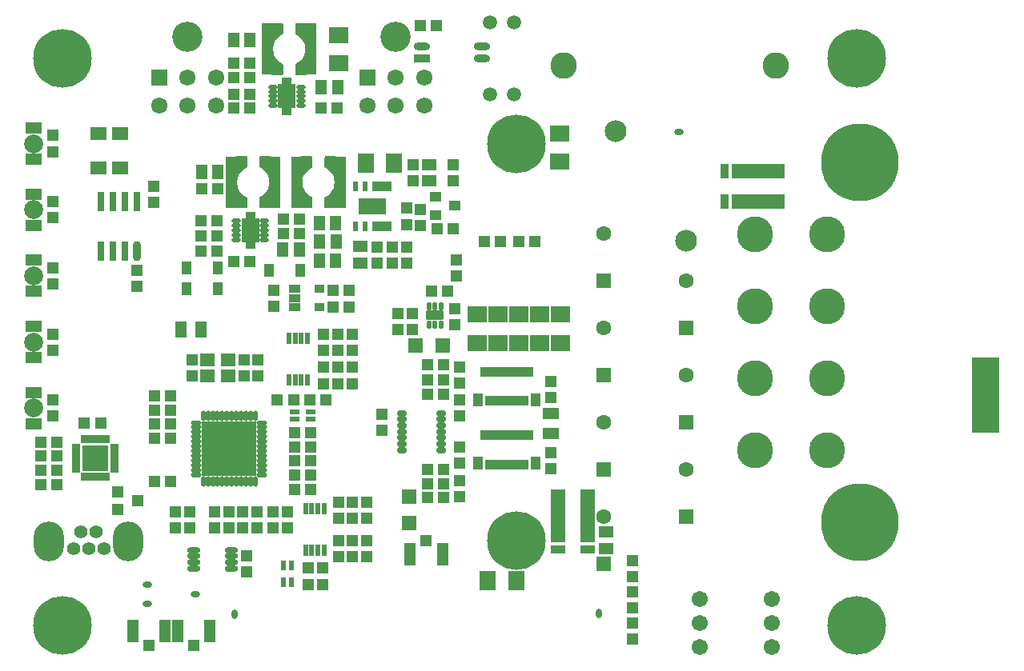
<source format=gbs>
G04*
G04 #@! TF.GenerationSoftware,Altium Limited,Altium Designer,20.2.4 (192)*
G04*
G04 Layer_Color=16711935*
%FSLAX25Y25*%
%MOIN*%
G70*
G04*
G04 #@! TF.SameCoordinates,632904D4-FBC6-4040-AE52-8F74E4E9F4E0*
G04*
G04*
G04 #@! TF.FilePolarity,Negative*
G04*
G01*
G75*
%ADD19R,0.11811X0.31496*%
%ADD24C,0.14973*%
%ADD25C,0.32296*%
%ADD26C,0.09068*%
%ADD27C,0.06706*%
%ADD28C,0.06784*%
%ADD29R,0.06784X0.06784*%
%ADD30C,0.12611*%
%ADD32C,0.05918*%
%ADD33C,0.11036*%
%ADD34C,0.07887*%
%ADD35O,0.12611X0.16548*%
%ADD36C,0.05524*%
%ADD37O,0.03950X0.02375*%
%ADD38R,0.06312X0.06312*%
%ADD39C,0.06312*%
%ADD40C,0.24422*%
%ADD41O,0.02375X0.03950*%
%ADD119R,0.04737X0.04737*%
%ADD120R,0.04383X0.05603*%
%ADD121R,0.22453X0.04147*%
%ADD122R,0.18123X0.04147*%
%ADD123R,0.04147X0.05328*%
%ADD124R,0.04540X0.04343*%
%ADD125R,0.04540X0.04343*%
%ADD126R,0.05918X0.03556*%
%ADD127R,0.05918X0.22060*%
%ADD128R,0.06312X0.05131*%
%ADD129R,0.02414X0.04816*%
%ADD130R,0.22847X0.22847*%
G04:AMPARAMS|DCode=131|XSize=17.84mil|YSize=43.43mil|CornerRadius=6.46mil|HoleSize=0mil|Usage=FLASHONLY|Rotation=270.000|XOffset=0mil|YOffset=0mil|HoleType=Round|Shape=RoundedRectangle|*
%AMROUNDEDRECTD131*
21,1,0.01784,0.03051,0,0,270.0*
21,1,0.00492,0.04343,0,0,270.0*
1,1,0.01292,-0.01526,-0.00246*
1,1,0.01292,-0.01526,0.00246*
1,1,0.01292,0.01526,0.00246*
1,1,0.01292,0.01526,-0.00246*
%
%ADD131ROUNDEDRECTD131*%
G04:AMPARAMS|DCode=132|XSize=17.84mil|YSize=43.43mil|CornerRadius=6.46mil|HoleSize=0mil|Usage=FLASHONLY|Rotation=180.000|XOffset=0mil|YOffset=0mil|HoleType=Round|Shape=RoundedRectangle|*
%AMROUNDEDRECTD132*
21,1,0.01784,0.03051,0,0,180.0*
21,1,0.00492,0.04343,0,0,180.0*
1,1,0.01292,-0.00246,0.01526*
1,1,0.01292,0.00246,0.01526*
1,1,0.01292,0.00246,-0.01526*
1,1,0.01292,-0.00246,-0.01526*
%
%ADD132ROUNDEDRECTD132*%
G04:AMPARAMS|DCode=133|XSize=23.75mil|YSize=51.31mil|CornerRadius=7.94mil|HoleSize=0mil|Usage=FLASHONLY|Rotation=270.000|XOffset=0mil|YOffset=0mil|HoleType=Round|Shape=RoundedRectangle|*
%AMROUNDEDRECTD133*
21,1,0.02375,0.03543,0,0,270.0*
21,1,0.00787,0.05131,0,0,270.0*
1,1,0.01587,-0.01772,-0.00394*
1,1,0.01587,-0.01772,0.00394*
1,1,0.01587,0.01772,0.00394*
1,1,0.01587,0.01772,-0.00394*
%
%ADD133ROUNDEDRECTD133*%
%ADD134R,0.04343X0.03517*%
%ADD135R,0.04698X0.03517*%
%ADD136R,0.11036X0.11036*%
%ADD137R,0.01981X0.03753*%
%ADD138R,0.03753X0.01981*%
%ADD139R,0.06312X0.05524*%
%ADD140R,0.06706X0.05131*%
%ADD141R,0.04540X0.21666*%
%ADD142R,0.01902X0.03556*%
%ADD143R,0.07296X0.10249*%
G04:AMPARAMS|DCode=144|XSize=17.06mil|YSize=39.5mil|CornerRadius=5.81mil|HoleSize=0mil|Usage=FLASHONLY|Rotation=90.000|XOffset=0mil|YOffset=0mil|HoleType=Round|Shape=RoundedRectangle|*
%AMROUNDEDRECTD144*
21,1,0.01706,0.02787,0,0,90.0*
21,1,0.00543,0.03950,0,0,90.0*
1,1,0.01162,0.01394,0.00272*
1,1,0.01162,0.01394,-0.00272*
1,1,0.01162,-0.01394,-0.00272*
1,1,0.01162,-0.01394,0.00272*
%
%ADD144ROUNDEDRECTD144*%
%ADD145R,0.06312X0.06312*%
G04:AMPARAMS|DCode=146|XSize=39.5mil|YSize=23.75mil|CornerRadius=5.97mil|HoleSize=0mil|Usage=FLASHONLY|Rotation=0.000|XOffset=0mil|YOffset=0mil|HoleType=Round|Shape=RoundedRectangle|*
%AMROUNDEDRECTD146*
21,1,0.03950,0.01181,0,0,0.0*
21,1,0.02756,0.02375,0,0,0.0*
1,1,0.01194,0.01378,-0.00591*
1,1,0.01194,-0.01378,-0.00591*
1,1,0.01194,-0.01378,0.00591*
1,1,0.01194,0.01378,0.00591*
%
%ADD146ROUNDEDRECTD146*%
%ADD147R,0.05131X0.06312*%
%ADD148R,0.06784X0.03202*%
%ADD149O,0.06784X0.03202*%
G04:AMPARAMS|DCode=150|XSize=31.62mil|YSize=78.87mil|CornerRadius=9.91mil|HoleSize=0mil|Usage=FLASHONLY|Rotation=0.000|XOffset=0mil|YOffset=0mil|HoleType=Round|Shape=RoundedRectangle|*
%AMROUNDEDRECTD150*
21,1,0.03162,0.05906,0,0,0.0*
21,1,0.01181,0.07887,0,0,0.0*
1,1,0.01981,0.00591,-0.02953*
1,1,0.01981,-0.00591,-0.02953*
1,1,0.01981,-0.00591,0.02953*
1,1,0.01981,0.00591,0.02953*
%
%ADD150ROUNDEDRECTD150*%
%ADD151R,0.03162X0.07887*%
%ADD152R,0.07099X0.05131*%
%ADD153R,0.04737X0.05131*%
G04:AMPARAMS|DCode=154|XSize=70.99mil|YSize=43.04mil|CornerRadius=5.75mil|HoleSize=0mil|Usage=FLASHONLY|Rotation=0.000|XOffset=0mil|YOffset=0mil|HoleType=Round|Shape=RoundedRectangle|*
%AMROUNDEDRECTD154*
21,1,0.07099,0.03154,0,0,0.0*
21,1,0.05949,0.04304,0,0,0.0*
1,1,0.01150,0.02974,-0.01577*
1,1,0.01150,-0.02974,-0.01577*
1,1,0.01150,-0.02974,0.01577*
1,1,0.01150,0.02974,0.01577*
%
%ADD154ROUNDEDRECTD154*%
G04:AMPARAMS|DCode=155|XSize=19.81mil|YSize=35.56mil|CornerRadius=5.77mil|HoleSize=0mil|Usage=FLASHONLY|Rotation=0.000|XOffset=0mil|YOffset=0mil|HoleType=Round|Shape=RoundedRectangle|*
%AMROUNDEDRECTD155*
21,1,0.01981,0.02402,0,0,0.0*
21,1,0.00827,0.03556,0,0,0.0*
1,1,0.01154,0.00413,-0.01201*
1,1,0.01154,-0.00413,-0.01201*
1,1,0.01154,-0.00413,0.01201*
1,1,0.01154,0.00413,0.01201*
%
%ADD155ROUNDEDRECTD155*%
%ADD156R,0.06902X0.05328*%
%ADD157R,0.02375X0.04343*%
%ADD158R,0.11824X0.07099*%
%ADD159R,0.01981X0.04343*%
%ADD160R,0.07099X0.07887*%
%ADD161R,0.04934X0.09461*%
%ADD162R,0.05131X0.04737*%
%ADD163R,0.07887X0.07099*%
%ADD164R,0.03556X0.05918*%
%ADD165R,0.22060X0.05918*%
%ADD166R,0.05131X0.06706*%
%ADD167R,0.04343X0.02375*%
%ADD168C,0.03359*%
G36*
X121312Y270673D02*
X121364Y270663D01*
X121413Y270646D01*
X121460Y270623D01*
X121504Y270594D01*
X121543Y270559D01*
X121578Y270520D01*
X121607Y270476D01*
X121630Y270429D01*
X121647Y270379D01*
X121657Y270328D01*
X121661Y270276D01*
Y259842D01*
Y249410D01*
X121657Y249357D01*
X121647Y249306D01*
X121630Y249256D01*
X121607Y249209D01*
X121578Y249165D01*
X121543Y249126D01*
X121504Y249091D01*
X121460Y249062D01*
X121413Y249039D01*
X121364Y249022D01*
X121312Y249012D01*
X121260Y249009D01*
X117126D01*
X117074Y249012D01*
X117022Y249022D01*
X116973Y249039D01*
X116926Y249062D01*
X116882Y249091D01*
X116843Y249126D01*
X116808Y249165D01*
X116779Y249209D01*
X116756Y249256D01*
X116739Y249306D01*
X116729Y249357D01*
X116725Y249410D01*
Y253346D01*
X116727Y253369D01*
X116728Y253392D01*
X116728Y253395D01*
X116729Y253399D01*
X116733Y253421D01*
X116737Y253444D01*
X116738Y253447D01*
X116739Y253450D01*
X116746Y253472D01*
X116753Y253494D01*
X116754Y253497D01*
X116756Y253500D01*
X116766Y253521D01*
X116776Y253541D01*
X116777Y253544D01*
X116779Y253547D01*
X116791Y253566D01*
X116804Y253585D01*
X116806Y253588D01*
X116808Y253590D01*
X116823Y253608D01*
X116838Y253625D01*
X116840Y253627D01*
X116843Y253630D01*
X116860Y253645D01*
X116877Y253660D01*
X116879Y253662D01*
X116882Y253664D01*
X116901Y253677D01*
X116920Y253690D01*
X117886Y254270D01*
X118634Y254831D01*
X119185Y255381D01*
X119736Y256117D01*
X120311Y257266D01*
X120488Y257620D01*
X120668Y258342D01*
X120856Y259845D01*
X120668Y261543D01*
X120488Y262262D01*
X119933Y263371D01*
X119381Y264107D01*
X118255Y265233D01*
X117327Y265790D01*
X116947Y265980D01*
X116936Y265986D01*
X116926Y265991D01*
X116914Y265999D01*
X116902Y266006D01*
X116892Y266014D01*
X116882Y266021D01*
X116871Y266030D01*
X116860Y266039D01*
X116852Y266047D01*
X116843Y266055D01*
X116833Y266066D01*
X116823Y266076D01*
X116816Y266086D01*
X116808Y266094D01*
X116800Y266106D01*
X116791Y266118D01*
X116786Y266128D01*
X116779Y266138D01*
X116773Y266151D01*
X116765Y266163D01*
X116761Y266174D01*
X116756Y266185D01*
X116751Y266199D01*
X116746Y266212D01*
X116743Y266223D01*
X116739Y266235D01*
X116736Y266249D01*
X116732Y266263D01*
X116731Y266274D01*
X116729Y266286D01*
X116728Y266300D01*
X116726Y266315D01*
X116726Y266327D01*
X116725Y266339D01*
Y270276D01*
X116729Y270328D01*
X116739Y270379D01*
X116756Y270429D01*
X116779Y270476D01*
X116808Y270520D01*
X116843Y270559D01*
X116882Y270594D01*
X116926Y270623D01*
X116973Y270646D01*
X117022Y270663D01*
X117074Y270673D01*
X117126Y270676D01*
X121260D01*
X121312Y270673D01*
D02*
G37*
G36*
X111273D02*
X111324Y270663D01*
X111374Y270646D01*
X111421Y270623D01*
X111465Y270594D01*
X111504Y270559D01*
X111539Y270520D01*
X111568Y270476D01*
X111591Y270429D01*
X111608Y270379D01*
X111618Y270328D01*
X111621Y270276D01*
Y266339D01*
X111621Y266327D01*
X111621Y266315D01*
X111619Y266300D01*
X111618Y266286D01*
X111616Y266274D01*
X111614Y266263D01*
X111610Y266249D01*
X111608Y266235D01*
X111604Y266223D01*
X111601Y266212D01*
X111595Y266199D01*
X111591Y266185D01*
X111585Y266174D01*
X111581Y266163D01*
X111574Y266151D01*
X111568Y266138D01*
X111561Y266128D01*
X111555Y266118D01*
X111546Y266106D01*
X111539Y266094D01*
X111531Y266086D01*
X111523Y266076D01*
X111513Y266066D01*
X111504Y266055D01*
X111495Y266047D01*
X111486Y266039D01*
X111475Y266030D01*
X111465Y266021D01*
X111454Y266014D01*
X111445Y266006D01*
X111433Y265999D01*
X111421Y265991D01*
X111410Y265986D01*
X111400Y265980D01*
X110635Y265598D01*
X110098Y265240D01*
X108783Y263925D01*
X108226Y262996D01*
X108048Y262642D01*
X107677Y261528D01*
X107490Y259842D01*
X107679Y258142D01*
X107859Y257423D01*
X108418Y256304D01*
X108776Y255767D01*
X109712Y254831D01*
X110460Y254270D01*
X111427Y253690D01*
X111445Y253677D01*
X111465Y253664D01*
X111467Y253662D01*
X111470Y253660D01*
X111487Y253645D01*
X111504Y253630D01*
X111506Y253627D01*
X111509Y253625D01*
X111523Y253608D01*
X111539Y253590D01*
X111540Y253588D01*
X111543Y253585D01*
X111555Y253566D01*
X111568Y253547D01*
X111569Y253544D01*
X111571Y253541D01*
X111581Y253521D01*
X111591Y253500D01*
X111592Y253497D01*
X111593Y253494D01*
X111600Y253472D01*
X111608Y253450D01*
X111608Y253447D01*
X111609Y253444D01*
X111613Y253421D01*
X111618Y253399D01*
X111618Y253395D01*
X111619Y253392D01*
X111620Y253369D01*
X111621Y253346D01*
Y249410D01*
X111618Y249357D01*
X111608Y249306D01*
X111591Y249256D01*
X111568Y249209D01*
X111539Y249165D01*
X111504Y249126D01*
X111465Y249091D01*
X111421Y249062D01*
X111374Y249039D01*
X111324Y249022D01*
X111273Y249012D01*
X111221Y249009D01*
X107087D01*
X107034Y249012D01*
X106983Y249022D01*
X106933Y249039D01*
X106886Y249062D01*
X106843Y249091D01*
X106803Y249126D01*
X106769Y249165D01*
X106739Y249209D01*
X106716Y249256D01*
X106699Y249306D01*
X106689Y249357D01*
X106686Y249410D01*
Y259842D01*
Y270276D01*
X106689Y270328D01*
X106699Y270379D01*
X106716Y270429D01*
X106739Y270476D01*
X106769Y270520D01*
X106803Y270559D01*
X106843Y270594D01*
X106886Y270623D01*
X106933Y270646D01*
X106983Y270663D01*
X107034Y270673D01*
X107087Y270676D01*
X111221D01*
X111273Y270673D01*
D02*
G37*
G36*
X133517Y215161D02*
X133568Y215151D01*
X133618Y215134D01*
X133665Y215111D01*
X133709Y215082D01*
X133748Y215047D01*
X133783Y215008D01*
X133812Y214964D01*
X133835Y214917D01*
X133852Y214867D01*
X133862Y214816D01*
X133865Y214764D01*
Y204331D01*
D01*
Y193898D01*
X133862Y193845D01*
X133852Y193794D01*
X133835Y193744D01*
X133812Y193697D01*
X133783Y193654D01*
X133748Y193614D01*
X133709Y193580D01*
X133665Y193551D01*
X133618Y193527D01*
X133568Y193510D01*
X133517Y193500D01*
X133465Y193497D01*
X129331D01*
X129278Y193500D01*
X129227Y193510D01*
X129177Y193527D01*
X129130Y193551D01*
X129087Y193580D01*
X129047Y193614D01*
X129013Y193654D01*
X128984Y193697D01*
X128960Y193744D01*
X128944Y193794D01*
X128933Y193845D01*
X128930Y193898D01*
Y197835D01*
X128931Y197858D01*
X128932Y197880D01*
X128933Y197884D01*
X128933Y197887D01*
X128938Y197909D01*
X128942Y197932D01*
X128943Y197935D01*
X128944Y197938D01*
X128951Y197960D01*
X128958Y197982D01*
X128959Y197985D01*
X128960Y197988D01*
X128971Y198009D01*
X128980Y198029D01*
X128982Y198032D01*
X128984Y198035D01*
X128996Y198054D01*
X129009Y198073D01*
X129011Y198076D01*
X129013Y198079D01*
X129028Y198096D01*
X129043Y198113D01*
X129045Y198116D01*
X129047Y198118D01*
X129065Y198133D01*
X129081Y198149D01*
X129084Y198150D01*
X129087Y198153D01*
X129106Y198165D01*
X129124Y198178D01*
X130091Y198758D01*
X130839Y199319D01*
X131389Y199870D01*
X131941Y200605D01*
X132516Y201754D01*
X132693Y202108D01*
X132873Y202830D01*
X133061Y204333D01*
X132872Y206031D01*
X132693Y206750D01*
X132138Y207859D01*
X131586Y208595D01*
X130460Y209721D01*
X129532Y210278D01*
X129151Y210468D01*
X129141Y210474D01*
X129130Y210480D01*
X129119Y210488D01*
X129106Y210495D01*
X129097Y210502D01*
X129087Y210509D01*
X129076Y210518D01*
X129065Y210527D01*
X129056Y210535D01*
X129047Y210543D01*
X129038Y210554D01*
X129028Y210564D01*
X129021Y210574D01*
X129013Y210583D01*
X129005Y210595D01*
X128996Y210606D01*
X128990Y210616D01*
X128984Y210626D01*
X128977Y210639D01*
X128970Y210651D01*
X128966Y210663D01*
X128960Y210673D01*
X128956Y210687D01*
X128951Y210700D01*
X128947Y210712D01*
X128944Y210723D01*
X128941Y210737D01*
X128937Y210751D01*
X128936Y210763D01*
X128933Y210774D01*
X128932Y210789D01*
X128931Y210803D01*
X128931Y210815D01*
X128930Y210827D01*
Y214764D01*
X128933Y214816D01*
X128944Y214867D01*
X128960Y214917D01*
X128984Y214964D01*
X129013Y215008D01*
X129047Y215047D01*
X129087Y215082D01*
X129130Y215111D01*
X129177Y215134D01*
X129227Y215151D01*
X129278Y215161D01*
X129331Y215165D01*
X133465D01*
X133517Y215161D01*
D02*
G37*
G36*
X123477D02*
X123529Y215151D01*
X123579Y215134D01*
X123626Y215111D01*
X123669Y215082D01*
X123709Y215047D01*
X123743Y215008D01*
X123772Y214964D01*
X123796Y214917D01*
X123812Y214867D01*
X123823Y214816D01*
X123826Y214764D01*
Y210827D01*
X123825Y210815D01*
X123825Y210803D01*
X123824Y210789D01*
X123823Y210774D01*
X123820Y210763D01*
X123819Y210751D01*
X123815Y210737D01*
X123812Y210723D01*
X123809Y210712D01*
X123805Y210700D01*
X123800Y210687D01*
X123796Y210673D01*
X123790Y210663D01*
X123786Y210651D01*
X123779Y210639D01*
X123772Y210626D01*
X123766Y210616D01*
X123760Y210606D01*
X123751Y210595D01*
X123743Y210583D01*
X123735Y210574D01*
X123728Y210564D01*
X123718Y210554D01*
X123709Y210543D01*
X123700Y210535D01*
X123691Y210527D01*
X123680Y210518D01*
X123669Y210509D01*
X123659Y210502D01*
X123650Y210495D01*
X123637Y210488D01*
X123626Y210480D01*
X123615Y210474D01*
X123605Y210468D01*
X122839Y210086D01*
X122303Y209728D01*
X120988Y208413D01*
X120430Y207484D01*
X120253Y207130D01*
X119882Y206016D01*
X119695Y204331D01*
X119884Y202630D01*
X120063Y201912D01*
X120623Y200792D01*
X120981Y200255D01*
X121917Y199319D01*
X122665Y198758D01*
X123632Y198178D01*
X123650Y198165D01*
X123669Y198153D01*
X123672Y198150D01*
X123675Y198149D01*
X123691Y198133D01*
X123709Y198118D01*
X123711Y198116D01*
X123713Y198113D01*
X123728Y198096D01*
X123743Y198079D01*
X123745Y198076D01*
X123747Y198073D01*
X123760Y198054D01*
X123772Y198035D01*
X123774Y198032D01*
X123776Y198029D01*
X123785Y198009D01*
X123796Y197988D01*
X123797Y197985D01*
X123798Y197982D01*
X123805Y197960D01*
X123812Y197938D01*
X123813Y197935D01*
X123814Y197932D01*
X123818Y197909D01*
X123823Y197887D01*
X123823Y197884D01*
X123823Y197880D01*
X123825Y197858D01*
X123826Y197835D01*
Y193898D01*
X123823Y193845D01*
X123812Y193794D01*
X123796Y193744D01*
X123772Y193697D01*
X123743Y193654D01*
X123709Y193614D01*
X123669Y193580D01*
X123626Y193551D01*
X123579Y193527D01*
X123529Y193510D01*
X123477Y193500D01*
X123425Y193497D01*
X119291D01*
X119239Y193500D01*
X119188Y193510D01*
X119138Y193527D01*
X119091Y193551D01*
X119047Y193580D01*
X119008Y193614D01*
X118973Y193654D01*
X118944Y193697D01*
X118921Y193744D01*
X118904Y193794D01*
X118894Y193845D01*
X118891Y193898D01*
Y204331D01*
D01*
Y214764D01*
X118894Y214816D01*
X118904Y214867D01*
X118921Y214917D01*
X118944Y214964D01*
X118973Y215008D01*
X119008Y215047D01*
X119047Y215082D01*
X119091Y215111D01*
X119138Y215134D01*
X119188Y215151D01*
X119239Y215161D01*
X119291Y215165D01*
X123425D01*
X123477Y215161D01*
D02*
G37*
G36*
X106351Y215161D02*
X106403Y215151D01*
X106453Y215134D01*
X106500Y215111D01*
X106543Y215082D01*
X106583Y215047D01*
X106617Y215008D01*
X106646Y214964D01*
X106670Y214917D01*
X106686Y214867D01*
X106697Y214816D01*
X106700Y214764D01*
Y204331D01*
Y193898D01*
X106697Y193845D01*
X106686Y193794D01*
X106670Y193744D01*
X106646Y193697D01*
X106617Y193654D01*
X106583Y193614D01*
X106543Y193580D01*
X106500Y193551D01*
X106453Y193527D01*
X106403Y193510D01*
X106351Y193500D01*
X106299Y193497D01*
X102165D01*
X102113Y193500D01*
X102062Y193510D01*
X102012Y193527D01*
X101965Y193551D01*
X101921Y193580D01*
X101882Y193614D01*
X101847Y193654D01*
X101818Y193697D01*
X101795Y193744D01*
X101778Y193794D01*
X101768Y193845D01*
X101765Y193898D01*
Y197835D01*
X101766Y197858D01*
X101767Y197880D01*
X101768Y197884D01*
X101768Y197887D01*
X101772Y197909D01*
X101777Y197932D01*
X101778Y197935D01*
X101778Y197938D01*
X101786Y197960D01*
X101793Y197982D01*
X101794Y197985D01*
X101795Y197988D01*
X101805Y198009D01*
X101815Y198029D01*
X101817Y198032D01*
X101818Y198035D01*
X101831Y198054D01*
X101843Y198073D01*
X101846Y198076D01*
X101847Y198079D01*
X101862Y198096D01*
X101877Y198113D01*
X101880Y198116D01*
X101882Y198118D01*
X101899Y198133D01*
X101916Y198149D01*
X101919Y198150D01*
X101921Y198153D01*
X101940Y198165D01*
X101959Y198178D01*
X102926Y198758D01*
X103674Y199319D01*
X104224Y199870D01*
X104776Y200605D01*
X105350Y201754D01*
X105527Y202108D01*
X105708Y202830D01*
X105896Y204333D01*
X105707Y206031D01*
X105527Y206750D01*
X104973Y207859D01*
X104421Y208595D01*
X103295Y209721D01*
X102366Y210278D01*
X101986Y210468D01*
X101976Y210474D01*
X101965Y210480D01*
X101953Y210488D01*
X101941Y210495D01*
X101931Y210502D01*
X101921Y210509D01*
X101911Y210518D01*
X101899Y210527D01*
X101891Y210535D01*
X101882Y210543D01*
X101873Y210554D01*
X101863Y210564D01*
X101855Y210574D01*
X101847Y210583D01*
X101839Y210595D01*
X101831Y210606D01*
X101825Y210616D01*
X101818Y210626D01*
X101812Y210639D01*
X101805Y210651D01*
X101800Y210663D01*
X101795Y210673D01*
X101790Y210687D01*
X101785Y210700D01*
X101782Y210712D01*
X101778Y210723D01*
X101775Y210737D01*
X101772Y210751D01*
X101770Y210763D01*
X101768Y210774D01*
X101767Y210789D01*
X101765Y210803D01*
X101765Y210815D01*
X101765Y210827D01*
Y214764D01*
X101768Y214816D01*
X101778Y214867D01*
X101795Y214917D01*
X101818Y214964D01*
X101847Y215008D01*
X101882Y215047D01*
X101921Y215082D01*
X101965Y215111D01*
X102012Y215134D01*
X102062Y215151D01*
X102113Y215161D01*
X102165Y215165D01*
X106299D01*
X106351Y215161D01*
D02*
G37*
G36*
X96312D02*
X96364Y215151D01*
X96413Y215134D01*
X96460Y215111D01*
X96504Y215082D01*
X96543Y215047D01*
X96578Y215008D01*
X96607Y214964D01*
X96630Y214917D01*
X96647Y214867D01*
X96657Y214816D01*
X96661Y214764D01*
Y210827D01*
X96660Y210815D01*
X96660Y210803D01*
X96658Y210789D01*
X96657Y210774D01*
X96655Y210763D01*
X96653Y210751D01*
X96650Y210737D01*
X96647Y210723D01*
X96643Y210712D01*
X96640Y210700D01*
X96635Y210687D01*
X96630Y210673D01*
X96625Y210663D01*
X96620Y210651D01*
X96613Y210639D01*
X96607Y210626D01*
X96600Y210616D01*
X96594Y210606D01*
X96586Y210595D01*
X96578Y210583D01*
X96570Y210574D01*
X96563Y210564D01*
X96553Y210554D01*
X96543Y210543D01*
X96534Y210535D01*
X96526Y210527D01*
X96515Y210518D01*
X96504Y210509D01*
X96494Y210502D01*
X96484Y210495D01*
X96472Y210488D01*
X96460Y210480D01*
X96450Y210474D01*
X96439Y210468D01*
X95674Y210086D01*
X95137Y209728D01*
X93822Y208413D01*
X93265Y207484D01*
X93088Y207130D01*
X92717Y206016D01*
X92529Y204331D01*
X92718Y202630D01*
X92898Y201912D01*
X93458Y200792D01*
X93815Y200255D01*
X94752Y199319D01*
X95500Y198758D01*
X96466Y198178D01*
X96485Y198165D01*
X96504Y198153D01*
X96506Y198150D01*
X96509Y198149D01*
X96526Y198133D01*
X96543Y198118D01*
X96545Y198116D01*
X96548Y198113D01*
X96563Y198096D01*
X96578Y198079D01*
X96580Y198076D01*
X96582Y198073D01*
X96594Y198054D01*
X96607Y198035D01*
X96609Y198032D01*
X96610Y198029D01*
X96620Y198009D01*
X96630Y197988D01*
X96631Y197985D01*
X96633Y197982D01*
X96640Y197960D01*
X96647Y197938D01*
X96648Y197935D01*
X96649Y197932D01*
X96653Y197909D01*
X96657Y197887D01*
X96658Y197884D01*
X96658Y197880D01*
X96659Y197858D01*
X96661Y197835D01*
Y193898D01*
X96657Y193845D01*
X96647Y193794D01*
X96630Y193744D01*
X96607Y193697D01*
X96578Y193654D01*
X96543Y193614D01*
X96504Y193580D01*
X96460Y193551D01*
X96413Y193527D01*
X96364Y193510D01*
X96312Y193500D01*
X96260Y193497D01*
X92126D01*
X92074Y193500D01*
X92022Y193510D01*
X91973Y193527D01*
X91926Y193551D01*
X91882Y193580D01*
X91843Y193614D01*
X91808Y193654D01*
X91779Y193697D01*
X91756Y193744D01*
X91739Y193794D01*
X91729Y193845D01*
X91725Y193898D01*
Y204331D01*
Y214764D01*
X91729Y214816D01*
X91739Y214867D01*
X91756Y214917D01*
X91779Y214964D01*
X91808Y215008D01*
X91843Y215047D01*
X91882Y215082D01*
X91926Y215111D01*
X91973Y215134D01*
X92022Y215151D01*
X92074Y215161D01*
X92126Y215165D01*
X96260D01*
X96312Y215161D01*
D02*
G37*
D19*
X404134Y115551D02*
D03*
D24*
X338071Y122795D02*
D03*
X308071D02*
D03*
X338071Y92795D02*
D03*
X308071D02*
D03*
Y152795D02*
D03*
X338071D02*
D03*
X308071Y182795D02*
D03*
X338071D02*
D03*
D25*
X351929Y62795D02*
D03*
Y212795D02*
D03*
D26*
X250166Y225504D02*
D03*
X279361Y180008D02*
D03*
D27*
X315197Y10669D02*
D03*
X285197Y30669D02*
D03*
X315197D02*
D03*
X285197Y10669D02*
D03*
Y20669D02*
D03*
X315197D02*
D03*
D28*
X170276Y236221D02*
D03*
X158465D02*
D03*
X146654D02*
D03*
X170276Y248031D02*
D03*
X158465D02*
D03*
X83661Y236221D02*
D03*
X71850D02*
D03*
X60039D02*
D03*
X83661Y248031D02*
D03*
X71850D02*
D03*
D29*
X146654Y248031D02*
D03*
X60039Y248031D02*
D03*
D30*
X158465Y264961D02*
D03*
X71850Y264961D02*
D03*
D32*
X197756Y240905D02*
D03*
X207756D02*
D03*
Y270905D02*
D03*
X197756D02*
D03*
D33*
X316929Y252953D02*
D03*
X228346D02*
D03*
D34*
X7874Y220472D02*
D03*
Y192913D02*
D03*
Y137795D02*
D03*
Y110236D02*
D03*
Y165354D02*
D03*
D35*
X14173Y54724D02*
D03*
X47244D02*
D03*
D36*
X33858Y58661D02*
D03*
X30709Y51575D02*
D03*
X27559Y58661D02*
D03*
X24409Y51575D02*
D03*
X37008D02*
D03*
D37*
X54961Y36539D02*
D03*
Y28539D02*
D03*
X74961Y32539D02*
D03*
X276575Y225394D02*
D03*
D38*
X164173Y73228D02*
D03*
Y62205D02*
D03*
X245079Y163386D02*
D03*
X279528Y104331D02*
D03*
Y64961D02*
D03*
X245079Y124016D02*
D03*
X279528Y143701D02*
D03*
X245079Y45276D02*
D03*
Y84646D02*
D03*
D39*
Y183071D02*
D03*
X279528Y124016D02*
D03*
Y84646D02*
D03*
X245079Y143701D02*
D03*
X279528Y163386D02*
D03*
X245079Y64961D02*
D03*
Y104331D02*
D03*
D40*
X208661Y220472D02*
D03*
Y55118D02*
D03*
X19685Y19685D02*
D03*
Y255906D02*
D03*
X350394D02*
D03*
Y19685D02*
D03*
D41*
X91339Y24409D02*
D03*
X243110Y24606D02*
D03*
D119*
X50984Y71653D02*
D03*
X42717Y75394D02*
D03*
Y67913D02*
D03*
X74410Y11417D02*
D03*
X171260Y55118D02*
D03*
X55905Y11417D02*
D03*
D120*
X71516Y159843D02*
D03*
X84390D02*
D03*
X84390Y168504D02*
D03*
X71516D02*
D03*
X105768Y167717D02*
D03*
X118642D02*
D03*
D121*
X204724Y99016D02*
D03*
Y125394D02*
D03*
D122*
Y86811D02*
D03*
Y113189D02*
D03*
D123*
X216732Y87402D02*
D03*
X192717D02*
D03*
Y113779D02*
D03*
X216732D02*
D03*
D124*
X175197Y190748D02*
D03*
X183071Y194488D02*
D03*
D125*
X175197Y198228D02*
D03*
D126*
X238583Y51378D02*
D03*
X225984D02*
D03*
D127*
Y65354D02*
D03*
X238583D02*
D03*
D128*
X143898Y177657D02*
D03*
Y170768D02*
D03*
X246063Y58563D02*
D03*
Y51673D02*
D03*
X172441Y204823D02*
D03*
Y211713D02*
D03*
D129*
X123524Y68307D02*
D03*
X120965D02*
D03*
X128642D02*
D03*
X126083D02*
D03*
X123524Y50984D02*
D03*
X120965D02*
D03*
X128642D02*
D03*
X126083D02*
D03*
X119272Y122047D02*
D03*
X121831D02*
D03*
X114154D02*
D03*
X116713D02*
D03*
X119272Y139370D02*
D03*
X121831D02*
D03*
X114154D02*
D03*
X116713D02*
D03*
D130*
X89173Y93307D02*
D03*
D131*
X75591Y104134D02*
D03*
Y102165D02*
D03*
Y100197D02*
D03*
Y98228D02*
D03*
Y96260D02*
D03*
Y94291D02*
D03*
Y92323D02*
D03*
Y90354D02*
D03*
Y88386D02*
D03*
Y86417D02*
D03*
Y84449D02*
D03*
Y82480D02*
D03*
X102756D02*
D03*
Y84449D02*
D03*
Y86417D02*
D03*
Y88386D02*
D03*
Y90354D02*
D03*
Y92323D02*
D03*
Y94291D02*
D03*
Y96260D02*
D03*
Y98228D02*
D03*
Y100197D02*
D03*
Y102165D02*
D03*
Y104134D02*
D03*
D132*
X78347Y79528D02*
D03*
X80315D02*
D03*
X82284D02*
D03*
X84252D02*
D03*
X86221D02*
D03*
X88189D02*
D03*
X90158D02*
D03*
X92126D02*
D03*
X94095D02*
D03*
X96063D02*
D03*
X98032D02*
D03*
X100000D02*
D03*
Y107087D02*
D03*
X98032D02*
D03*
X96063D02*
D03*
X94095D02*
D03*
X92126D02*
D03*
X90158D02*
D03*
X88189D02*
D03*
X86221D02*
D03*
X84252D02*
D03*
X82284D02*
D03*
X80315D02*
D03*
X78347D02*
D03*
D133*
X74410Y43406D02*
D03*
Y45965D02*
D03*
Y48524D02*
D03*
Y51083D02*
D03*
X90158Y43406D02*
D03*
Y45965D02*
D03*
Y48524D02*
D03*
Y51083D02*
D03*
D134*
X126752Y152362D02*
D03*
Y159843D02*
D03*
D135*
X116555Y152362D02*
D03*
Y156102D02*
D03*
Y159843D02*
D03*
D136*
X33465Y89370D02*
D03*
D137*
X34449Y81496D02*
D03*
X36417D02*
D03*
X38386D02*
D03*
X28543D02*
D03*
X30512D02*
D03*
X32480D02*
D03*
Y97244D02*
D03*
X30512D02*
D03*
X28543D02*
D03*
X38386D02*
D03*
X36417D02*
D03*
X34449D02*
D03*
D138*
X41339Y90354D02*
D03*
Y92323D02*
D03*
Y94291D02*
D03*
Y84449D02*
D03*
Y86417D02*
D03*
Y88386D02*
D03*
X25591Y90354D02*
D03*
Y92323D02*
D03*
Y94291D02*
D03*
Y84449D02*
D03*
Y86417D02*
D03*
Y88386D02*
D03*
D139*
X88779Y130315D02*
D03*
Y123622D02*
D03*
X80118Y130315D02*
D03*
Y123622D02*
D03*
D140*
X223228Y108071D02*
D03*
Y99803D02*
D03*
D141*
X105217Y259842D02*
D03*
X123130D02*
D03*
X108169Y204331D02*
D03*
X90256D02*
D03*
X117421Y204331D02*
D03*
X135335D02*
D03*
D142*
X114173Y234055D02*
D03*
X112205D02*
D03*
X114173Y246260D02*
D03*
X112205D02*
D03*
X97047Y190354D02*
D03*
X99016D02*
D03*
X97047Y178150D02*
D03*
X99016D02*
D03*
D143*
X113189Y240158D02*
D03*
X98032Y184252D02*
D03*
D144*
X118996Y240158D02*
D03*
Y244094D02*
D03*
Y242126D02*
D03*
Y238189D02*
D03*
Y236221D02*
D03*
X107382Y244094D02*
D03*
Y242126D02*
D03*
Y238189D02*
D03*
Y236221D02*
D03*
Y240158D02*
D03*
X92224Y184252D02*
D03*
Y180315D02*
D03*
Y182283D02*
D03*
Y186221D02*
D03*
Y188189D02*
D03*
X103839Y180315D02*
D03*
Y182283D02*
D03*
Y186221D02*
D03*
Y188189D02*
D03*
Y184252D02*
D03*
D145*
X166929Y136221D02*
D03*
X177953D02*
D03*
D146*
X161024Y92716D02*
D03*
Y95276D02*
D03*
Y97835D02*
D03*
Y100394D02*
D03*
Y102953D02*
D03*
Y105512D02*
D03*
Y108071D02*
D03*
X177559D02*
D03*
Y105512D02*
D03*
Y102953D02*
D03*
Y100394D02*
D03*
Y97835D02*
D03*
Y95276D02*
D03*
Y92716D02*
D03*
D147*
X134350Y244094D02*
D03*
X127461D02*
D03*
X133563Y187402D02*
D03*
X126673D02*
D03*
X133563Y171653D02*
D03*
X126673D02*
D03*
X133760Y179528D02*
D03*
X126870D02*
D03*
X111516Y176378D02*
D03*
X118405D02*
D03*
X84547Y208661D02*
D03*
X77658D02*
D03*
X91043Y263779D02*
D03*
X97933D02*
D03*
D148*
X169291Y255906D02*
D03*
D149*
Y260906D02*
D03*
X194291Y255906D02*
D03*
Y260906D02*
D03*
D150*
X50807Y175787D02*
D03*
D151*
X45807D02*
D03*
X40807D02*
D03*
X35807D02*
D03*
Y196260D02*
D03*
X40807D02*
D03*
X45807D02*
D03*
X50807D02*
D03*
D152*
X7874Y213976D02*
D03*
Y226969D02*
D03*
Y199409D02*
D03*
Y186417D02*
D03*
Y144291D02*
D03*
Y131299D02*
D03*
Y116732D02*
D03*
Y103740D02*
D03*
Y171850D02*
D03*
Y158858D02*
D03*
D153*
X107874Y152756D02*
D03*
Y159449D02*
D03*
X107480Y60433D02*
D03*
Y67126D02*
D03*
X134449Y127165D02*
D03*
Y120473D02*
D03*
X140551Y55118D02*
D03*
Y48425D02*
D03*
X127953Y43504D02*
D03*
Y36811D02*
D03*
X134449Y134252D02*
D03*
Y140945D02*
D03*
X140551Y64173D02*
D03*
Y70866D02*
D03*
X96457Y48622D02*
D03*
Y41929D02*
D03*
X73622Y123622D02*
D03*
Y130315D02*
D03*
X95276Y130315D02*
D03*
Y123622D02*
D03*
X72835Y60433D02*
D03*
Y67126D02*
D03*
X152756Y100984D02*
D03*
Y107677D02*
D03*
X50787Y160827D02*
D03*
Y167520D02*
D03*
X88976Y67126D02*
D03*
Y60433D02*
D03*
X94882Y67126D02*
D03*
Y60433D02*
D03*
X162992Y177362D02*
D03*
Y170669D02*
D03*
X183071Y145079D02*
D03*
Y151772D02*
D03*
X122047Y36811D02*
D03*
Y43504D02*
D03*
X140354Y127165D02*
D03*
Y120473D02*
D03*
X146457Y55118D02*
D03*
Y48425D02*
D03*
X128543Y120473D02*
D03*
Y127165D02*
D03*
X134646Y48425D02*
D03*
Y55118D02*
D03*
X140354Y134252D02*
D03*
Y140945D02*
D03*
X146457Y64173D02*
D03*
Y70866D02*
D03*
X128543Y140945D02*
D03*
Y134252D02*
D03*
X134646Y70866D02*
D03*
Y64173D02*
D03*
X101181Y123622D02*
D03*
Y130315D02*
D03*
X66929Y67126D02*
D03*
Y60433D02*
D03*
X165748Y204921D02*
D03*
Y211614D02*
D03*
X162992Y186811D02*
D03*
Y193504D02*
D03*
X150787Y170669D02*
D03*
Y177362D02*
D03*
X168898Y193110D02*
D03*
Y186417D02*
D03*
X182283Y211614D02*
D03*
Y204921D02*
D03*
X183858Y171850D02*
D03*
Y165157D02*
D03*
X257087Y20669D02*
D03*
Y13976D02*
D03*
X83071Y67126D02*
D03*
Y60433D02*
D03*
X100787Y67126D02*
D03*
Y60433D02*
D03*
X57874Y195866D02*
D03*
Y202559D02*
D03*
X185039Y106890D02*
D03*
Y113583D02*
D03*
Y127362D02*
D03*
Y120669D02*
D03*
X223228Y121457D02*
D03*
Y114764D02*
D03*
X185039Y93898D02*
D03*
Y87205D02*
D03*
X15748Y196260D02*
D03*
Y189567D02*
D03*
Y141142D02*
D03*
Y134449D02*
D03*
Y113583D02*
D03*
Y106890D02*
D03*
Y168701D02*
D03*
Y162008D02*
D03*
Y223819D02*
D03*
Y217126D02*
D03*
X157087Y177362D02*
D03*
Y170669D02*
D03*
X257087Y46654D02*
D03*
Y39961D02*
D03*
Y33661D02*
D03*
Y26969D02*
D03*
X159449Y143110D02*
D03*
Y149803D02*
D03*
X165354Y149803D02*
D03*
Y143110D02*
D03*
X185039Y80118D02*
D03*
Y73425D02*
D03*
X223228Y84842D02*
D03*
Y91535D02*
D03*
X113386Y67126D02*
D03*
Y60433D02*
D03*
D154*
X174921Y148819D02*
D03*
D155*
X172362Y152736D02*
D03*
X174921D02*
D03*
X177480D02*
D03*
X172362Y144902D02*
D03*
X174921D02*
D03*
X177480D02*
D03*
D156*
X34941Y210335D02*
D03*
Y224705D02*
D03*
X43799D02*
D03*
Y210335D02*
D03*
D157*
X114961Y37795D02*
D03*
Y44488D02*
D03*
X111811D02*
D03*
Y37795D02*
D03*
D158*
X148819Y194291D02*
D03*
D159*
X141929Y186024D02*
D03*
X145866D02*
D03*
X149803D02*
D03*
X151772D02*
D03*
X153740D02*
D03*
X155709D02*
D03*
Y202559D02*
D03*
X153740D02*
D03*
X151772D02*
D03*
X149803D02*
D03*
X145866D02*
D03*
X141929D02*
D03*
D160*
X208661Y38189D02*
D03*
X196850D02*
D03*
X146063Y212205D02*
D03*
X157874D02*
D03*
D161*
X81102Y17323D02*
D03*
X67717D02*
D03*
X177953Y49213D02*
D03*
X164567D02*
D03*
X49213Y17323D02*
D03*
X62598D02*
D03*
D162*
X115945Y113779D02*
D03*
X109252D02*
D03*
X123031Y82284D02*
D03*
X116339D02*
D03*
X122638Y113779D02*
D03*
X129331D02*
D03*
X10827Y84252D02*
D03*
X17520D02*
D03*
Y90158D02*
D03*
X10827D02*
D03*
X35630Y103937D02*
D03*
X28937D02*
D03*
X10827Y78347D02*
D03*
X17520D02*
D03*
X123031Y88189D02*
D03*
X116339D02*
D03*
X139173Y152362D02*
D03*
X132480D02*
D03*
X116339Y100000D02*
D03*
X123031D02*
D03*
X116339Y94095D02*
D03*
X123031D02*
D03*
X171850Y84646D02*
D03*
X178543D02*
D03*
X171850Y78740D02*
D03*
X178543D02*
D03*
X84449Y201575D02*
D03*
X77756D02*
D03*
X118307Y183071D02*
D03*
X111614D02*
D03*
X139173Y159449D02*
D03*
X132480D02*
D03*
X58071Y103543D02*
D03*
X64764D02*
D03*
X58071Y79528D02*
D03*
X64764D02*
D03*
X175787Y185039D02*
D03*
X182480D02*
D03*
X77362Y175591D02*
D03*
X84055D02*
D03*
X84055Y181890D02*
D03*
X77362D02*
D03*
X84055Y188189D02*
D03*
X77362D02*
D03*
X91142Y171260D02*
D03*
X97835D02*
D03*
X127559Y235236D02*
D03*
X134252D02*
D03*
X64764Y115354D02*
D03*
X58071D02*
D03*
X171850Y116142D02*
D03*
X178543D02*
D03*
Y72835D02*
D03*
X171850D02*
D03*
X171850Y128347D02*
D03*
X178543D02*
D03*
X123031Y76378D02*
D03*
X116339D02*
D03*
X91142Y253937D02*
D03*
X97835D02*
D03*
X91142Y235236D02*
D03*
X97835D02*
D03*
X175591Y269685D02*
D03*
X168898D02*
D03*
X97835Y241142D02*
D03*
X91142D02*
D03*
X97835Y248031D02*
D03*
X91142D02*
D03*
X17520Y96063D02*
D03*
X10827D02*
D03*
X58071Y109449D02*
D03*
X64764D02*
D03*
X178543Y122047D02*
D03*
X171850D02*
D03*
X216339Y179528D02*
D03*
X209646D02*
D03*
X202165D02*
D03*
X195473D02*
D03*
X180118Y159055D02*
D03*
X173425D02*
D03*
X118307Y188976D02*
D03*
X111614D02*
D03*
X58071Y97638D02*
D03*
X64764D02*
D03*
D163*
X226772Y224803D02*
D03*
Y212992D02*
D03*
X209842Y149213D02*
D03*
Y137402D02*
D03*
X218504Y149213D02*
D03*
Y137402D02*
D03*
X192520D02*
D03*
Y149213D02*
D03*
X201181Y137402D02*
D03*
Y149213D02*
D03*
X134843Y253937D02*
D03*
Y265748D02*
D03*
X227165Y137402D02*
D03*
Y149213D02*
D03*
D164*
X295473Y196457D02*
D03*
Y209055D02*
D03*
D165*
X309449D02*
D03*
Y196457D02*
D03*
D166*
X69095Y142913D02*
D03*
X77362D02*
D03*
D167*
X123031Y105512D02*
D03*
X116339D02*
D03*
Y108661D02*
D03*
X123031D02*
D03*
D168*
X111221Y237205D02*
D03*
X115157D02*
D03*
Y243110D02*
D03*
X111221D02*
D03*
X113189Y240158D02*
D03*
X98032Y184252D02*
D03*
X96063Y187205D02*
D03*
X100000D02*
D03*
Y181299D02*
D03*
X96063D02*
D03*
M02*

</source>
